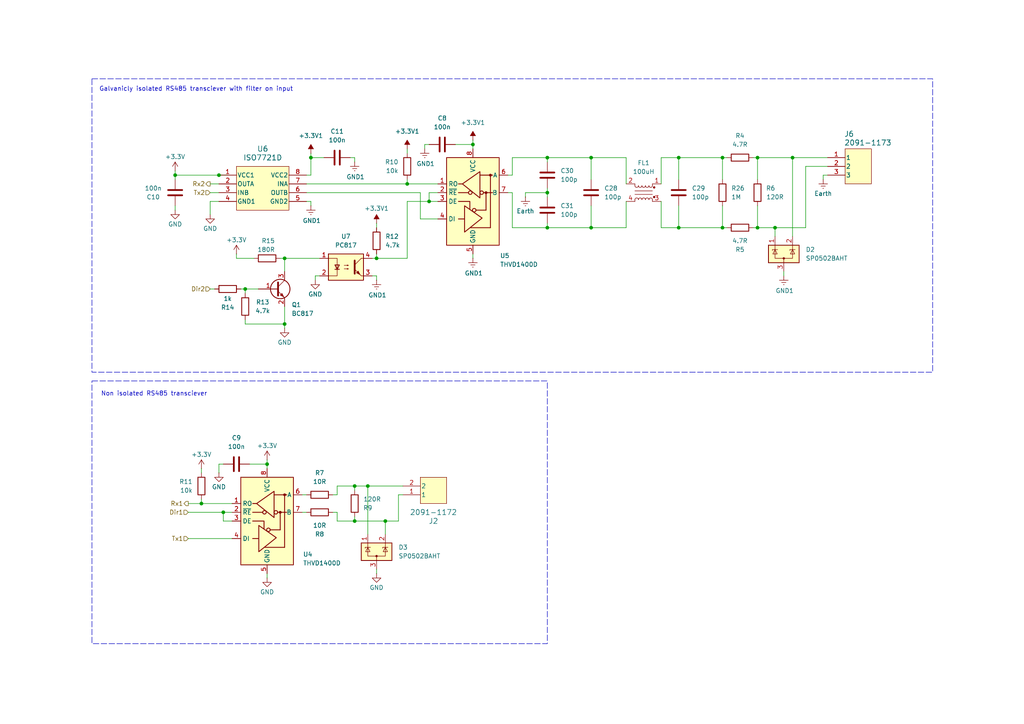
<source format=kicad_sch>
(kicad_sch (version 20231120) (generator "eeschema") (generator_version "8.0")
  (paper "A4")
  (title_block (title "RS485 Isolated Repeater") (date "2025-03-13") (rev "v1.0") (company "Szymon Wąchała"))
  (lib_symbols
    (symbol "2091-1172:2091-1172" (pin_names (offset 0.254))
      (property "Reference" "J" (at 8.89 6.35 0))
      (property "Value" "2091-1172" (at 0 0 0))
      (symbol "2091-1172_1_1"
        (rectangle (start 5.08 2.54) (end 12.7 -5.08) (fill (type background)))
        (pin unspecified line (at 0 0 0) (length 5.08) (name "1") (number "1"))
        (pin unspecified line (at 0 -2.54 0) (length 5.08) (name "2") (number "2"))
      )
      (symbol "2091-1172_1_2"
        (polyline (pts (xy 5.08 -20.32) (xy 12.7 -20.32)) (stroke (width 0.127)))
        (polyline (pts (xy 5.08 2.54) (xy 5.08 -20.32)) (stroke (width 0.127)))
        (polyline (pts (xy 7.62 -17.78) (xy 5.08 -17.78)) (stroke (width 0.127)))
        (polyline (pts (xy 7.62 -17.78) (xy 8.89 -18.6267)) (stroke (width 0.127)))
        (polyline (pts (xy 7.62 -17.78) (xy 8.89 -16.9333)) (stroke (width 0.127)))
        (polyline (pts (xy 7.62 -15.24) (xy 5.08 -15.24)) (stroke (width 0.127)))
        (polyline (pts (xy 7.62 -15.24) (xy 8.89 -16.0867)) (stroke (width 0.127)))
        (polyline (pts (xy 7.62 -15.24) (xy 8.89 -14.3933)) (stroke (width 0.127)))
        (polyline (pts (xy 7.62 -12.7) (xy 5.08 -12.7)) (stroke (width 0.127)))
        (polyline (pts (xy 7.62 -12.7) (xy 8.89 -13.5467)) (stroke (width 0.127)))
        (polyline (pts (xy 7.62 -12.7) (xy 8.89 -11.8533)) (stroke (width 0.127)))
        (polyline (pts (xy 7.62 -10.16) (xy 5.08 -10.16)) (stroke (width 0.127)))
        (polyline (pts (xy 7.62 -10.16) (xy 8.89 -11.0067)) (stroke (width 0.127)))
        (polyline (pts (xy 7.62 -10.16) (xy 8.89 -9.3133)) (stroke (width 0.127)))
        (polyline (pts (xy 7.62 -7.62) (xy 5.08 -7.62)) (stroke (width 0.127)))
        (polyline (pts (xy 7.62 -7.62) (xy 8.89 -8.4667)) (stroke (width 0.127)))
        (polyline (pts (xy 7.62 -7.62) (xy 8.89 -6.7733)) (stroke (width 0.127)))
        (polyline (pts (xy 7.62 -5.08) (xy 5.08 -5.08)) (stroke (width 0.127)))
        (polyline (pts (xy 7.62 -5.08) (xy 8.89 -5.9267)) (stroke (width 0.127)))
        (polyline (pts (xy 7.62 -5.08) (xy 8.89 -4.2333)) (stroke (width 0.127)))
        (polyline (pts (xy 7.62 -2.54) (xy 5.08 -2.54)) (stroke (width 0.127)))
        (polyline (pts (xy 7.62 -2.54) (xy 8.89 -3.3867)) (stroke (width 0.127)))
        (polyline (pts (xy 7.62 -2.54) (xy 8.89 -1.6933)) (stroke (width 0.127)))
        (polyline (pts (xy 7.62 0) (xy 5.08 0)) (stroke (width 0.127)))
        (polyline (pts (xy 7.62 0) (xy 8.89 -0.8467)) (stroke (width 0.127)))
        (polyline (pts (xy 7.62 0) (xy 8.89 0.8467)) (stroke (width 0.127)))
        (polyline (pts (xy 12.7 -20.32) (xy 12.7 2.54)) (stroke (width 0.127)))
        (polyline (pts (xy 12.7 2.54) (xy 5.08 2.54)) (stroke (width 0.127)))
        (pin unspecified line (at 0 0 0) (length 5.08) (name "1") (number "1"))
        (pin unspecified line (at 0 -2.54 0) (length 5.08) (name "2") (number "2"))
        (pin unspecified line (at 0 -5.08 0) (length 5.08) (name "3") (number "3"))
        (pin unspecified line (at 0 -7.62 0) (length 5.08) (name "4") (number "4"))
        (pin unspecified line (at 0 -10.16 0) (length 5.08) (name "5") (number "5"))
        (pin unspecified line (at 0 -12.7 0) (length 5.08) (name "6") (number "6"))
        (pin unspecified line (at 0 -15.24 0) (length 5.08) (name "7") (number "7"))
        (pin unspecified line (at 0 -17.78 0) (length 5.08) (name "8") (number "8"))
      )
    )
    (symbol "2091-1173:2091-1173" (pin_names (offset 0.254))
      (property "Reference" "J" (at 5.588 4.064 0))
      (property "Value" "2091-1173" (at 4.064 -9.398 0))
      (symbol "2091-1173_1_1"
        (rectangle (start 5.08 2.54) (end 12.7 -7.62) (fill (type background)))
        (pin unspecified line (at 0 0 0) (length 5.08) (name "1") (number "1"))
        (pin unspecified line (at 0 -2.54 0) (length 5.08) (name "2") (number "2"))
        (pin unspecified line (at 0 -5.08 0) (length 5.08) (name "3") (number "3"))
      )
      (symbol "2091-1173_1_2"
        (polyline (pts (xy 5.08 -20.32) (xy 12.7 -20.32)) (stroke (width 0.127)))
        (polyline (pts (xy 5.08 2.54) (xy 5.08 -20.32)) (stroke (width 0.127)))
        (polyline (pts (xy 7.62 -17.78) (xy 5.08 -17.78)) (stroke (width 0.127)))
        (polyline (pts (xy 7.62 -17.78) (xy 8.89 -18.6267)) (stroke (width 0.127)))
        (polyline (pts (xy 7.62 -17.78) (xy 8.89 -16.9333)) (stroke (width 0.127)))
        (polyline (pts (xy 7.62 -15.24) (xy 5.08 -15.24)) (stroke (width 0.127)))
        (polyline (pts (xy 7.62 -15.24) (xy 8.89 -16.0867)) (stroke (width 0.127)))
        (polyline (pts (xy 7.62 -15.24) (xy 8.89 -14.3933)) (stroke (width 0.127)))
        (polyline (pts (xy 7.62 -12.7) (xy 5.08 -12.7)) (stroke (width 0.127)))
        (polyline (pts (xy 7.62 -12.7) (xy 8.89 -13.5467)) (stroke (width 0.127)))
        (polyline (pts (xy 7.62 -12.7) (xy 8.89 -11.8533)) (stroke (width 0.127)))
        (polyline (pts (xy 7.62 -10.16) (xy 5.08 -10.16)) (stroke (width 0.127)))
        (polyline (pts (xy 7.62 -10.16) (xy 8.89 -11.0067)) (stroke (width 0.127)))
        (polyline (pts (xy 7.62 -10.16) (xy 8.89 -9.3133)) (stroke (width 0.127)))
        (polyline (pts (xy 7.62 -7.62) (xy 5.08 -7.62)) (stroke (width 0.127)))
        (polyline (pts (xy 7.62 -7.62) (xy 8.89 -8.4667)) (stroke (width 0.127)))
        (polyline (pts (xy 7.62 -7.62) (xy 8.89 -6.7733)) (stroke (width 0.127)))
        (polyline (pts (xy 7.62 -5.08) (xy 5.08 -5.08)) (stroke (width 0.127)))
        (polyline (pts (xy 7.62 -5.08) (xy 8.89 -5.9267)) (stroke (width 0.127)))
        (polyline (pts (xy 7.62 -5.08) (xy 8.89 -4.2333)) (stroke (width 0.127)))
        (polyline (pts (xy 7.62 -2.54) (xy 5.08 -2.54)) (stroke (width 0.127)))
        (polyline (pts (xy 7.62 -2.54) (xy 8.89 -3.3867)) (stroke (width 0.127)))
        (polyline (pts (xy 7.62 -2.54) (xy 8.89 -1.6933)) (stroke (width 0.127)))
        (polyline (pts (xy 7.62 0) (xy 5.08 0)) (stroke (width 0.127)))
        (polyline (pts (xy 7.62 0) (xy 8.89 -0.8467)) (stroke (width 0.127)))
        (polyline (pts (xy 7.62 0) (xy 8.89 0.8467)) (stroke (width 0.127)))
        (polyline (pts (xy 12.7 -20.32) (xy 12.7 2.54)) (stroke (width 0.127)))
        (polyline (pts (xy 12.7 2.54) (xy 5.08 2.54)) (stroke (width 0.127)))
        (pin unspecified line (at 0 0 0) (length 5.08) (name "1") (number "1"))
        (pin unspecified line (at 0 -2.54 0) (length 5.08) (name "2") (number "2"))
        (pin unspecified line (at 0 -5.08 0) (length 5.08) (name "3") (number "3"))
        (pin unspecified line (at 0 -7.62 0) (length 5.08) (name "4") (number "4"))
        (pin unspecified line (at 0 -10.16 0) (length 5.08) (name "5") (number "5"))
        (pin unspecified line (at 0 -12.7 0) (length 5.08) (name "6") (number "6"))
        (pin unspecified line (at 0 -15.24 0) (length 5.08) (name "7") (number "7"))
        (pin unspecified line (at 0 -17.78 0) (length 5.08) (name "8") (number "8"))
      )
    )
    (symbol "Device:C" (pin_numbers hide) (pin_names (offset 0.254))
      (property "Reference" "C" (at 0.635 2.54 0))
      (property "Value" "C" (at 0.635 -2.54 0))
      (symbol "C_0_1"
        (polyline (pts (xy -2.032 -0.762) (xy 2.032 -0.762)) (stroke (width 0.508)))
        (polyline (pts (xy -2.032 0.762) (xy 2.032 0.762)) (stroke (width 0.508)))
      )
      (symbol "C_1_1"
        (pin passive line (at 0 3.81 270) (length 2.794) (name "~") (number "1"))
        (pin passive line (at 0 -3.81 90) (length 2.794) (name "~") (number "2"))
      )
    )
    (symbol "Device:Filter_EMI_LL" (pin_names (offset 0.254) hide)
      (property "Reference" "FL" (at 0 4.445 0))
      (property "Value" "Filter_EMI_LL" (at 0 -4.445 0))
      (symbol "Filter_EMI_LL_0_1"
        (circle (center -3.048 -1.27) (radius 0.254) (fill (type outline)))
        (circle (center -3.048 1.524) (radius 0.254) (fill (type outline)))
        (arc (start -2.54 2.032) (mid -2.032 1.5262) (end -1.524 2.032))
        (arc (start -1.524 -2.032) (mid -2.032 -1.5262) (end -2.54 -2.032))
        (arc (start -1.524 2.032) (mid -1.016 1.5262) (end -0.508 2.032))
        (arc (start -0.508 -2.032) (mid -1.016 -1.5262) (end -1.524 -2.032))
        (arc (start -0.508 2.032) (mid 0 1.5262) (end 0.508 2.032))
        (polyline (pts (xy -2.54 -2.032) (xy -2.54 -2.54)))
        (polyline (pts (xy -2.54 0.508) (xy 2.54 0.508)))
        (polyline (pts (xy -2.54 2.032) (xy -2.54 2.54)))
        (polyline (pts (xy 2.54 -2.032) (xy 2.54 -2.54)))
        (polyline (pts (xy 2.54 -0.508) (xy -2.54 -0.508)))
        (polyline (pts (xy 2.54 2.54) (xy 2.54 2.032)))
        (arc (start 0.508 -2.032) (mid 0 -1.5262) (end -0.508 -2.032))
        (arc (start 0.508 2.032) (mid 1.016 1.5262) (end 1.524 2.032))
        (arc (start 1.524 -2.032) (mid 1.016 -1.5262) (end 0.508 -2.032))
        (arc (start 1.524 2.032) (mid 2.032 1.5262) (end 2.54 2.032))
        (arc (start 2.54 -2.032) (mid 2.032 -1.5262) (end 1.524 -2.032))
      )
      (symbol "Filter_EMI_LL_1_1"
        (pin passive line (at -5.08 2.54 0) (length 2.54) (name "1") (number "1"))
        (pin passive line (at 5.08 2.54 180) (length 2.54) (name "2") (number "2"))
        (pin passive line (at -5.08 -2.54 0) (length 2.54) (name "3") (number "3"))
        (pin passive line (at 5.08 -2.54 180) (length 2.54) (name "4") (number "4"))
      )
    )
    (symbol "Device:R" (pin_numbers hide) (pin_names (offset 0))
      (property "Reference" "R" (at 2.032 0 90))
      (property "Value" "R" (at 0 0 90))
      (symbol "R_0_1"
        (rectangle (start -1.016 -2.54) (end 1.016 2.54) (stroke (width 0.254)))
      )
      (symbol "R_1_1"
        (pin passive line (at 0 3.81 270) (length 1.27) (name "~") (number "1"))
        (pin passive line (at 0 -3.81 90) (length 1.27) (name "~") (number "2"))
      )
    )
    (symbol "ISO7721D:ISO7721D" (pin_names (offset 0.254))
      (property "Reference" "U" (at 0.254 12.7 0))
      (property "Value" "ISO7721D" (at 0.254 10.16 0))
      (symbol "ISO7721D_0_1"
        (pin power_in line (at -12.7 3.81 0) (length 5.08) (name "VCC1") (number "1"))
        (pin output line (at -12.7 1.27 0) (length 5.08) (name "OUTA") (number "2"))
        (pin input line (at -12.7 -1.27 0) (length 5.08) (name "INB") (number "3"))
        (pin power_in line (at -12.7 -3.81 0) (length 5.08) (name "GND1") (number "4"))
        (pin power_in line (at 12.7 -3.81 180) (length 5.08) (name "GND2") (number "5"))
        (pin output line (at 12.7 -1.27 180) (length 5.08) (name "OUTB") (number "6"))
        (pin input line (at 12.7 1.27 180) (length 5.08) (name "INA") (number "7"))
        (pin power_in line (at 12.7 3.81 180) (length 5.08) (name "VCC2") (number "8"))
      )
      (symbol "ISO7721D_1_1"
        (rectangle (start -7.62 6.35) (end 7.62 -6.35) (fill (type background)))
      )
    )
    (symbol "Interface_UART:THVD1400D"
      (property "Reference" "U" (at -6.096 11.43 0))
      (property "Value" "THVD1400D" (at 0.762 11.43 0))
      (symbol "THVD1400D_0_1"
        (rectangle (start -7.62 12.7) (end 7.62 -12.7) (stroke (width 0.254)) (fill (type background)))
        (polyline (pts (xy -4.191 2.54) (xy -1.27 2.54)) (stroke (width 0.254)))
        (polyline (pts (xy -2.54 -5.08) (xy -4.191 -5.08)) (stroke (width 0.254)))
        (polyline (pts (xy -0.635 -7.62) (xy 5.08 -7.62)) (stroke (width 0.254)))
        (polyline (pts (xy 0.889 -2.54) (xy 3.81 -2.54)) (stroke (width 0.254)))
        (polyline (pts (xy 2.032 7.62) (xy 5.715 7.62)) (stroke (width 0.254)))
        (polyline (pts (xy 3.048 2.54) (xy 5.715 2.54)) (stroke (width 0.254)))
        (polyline (pts (xy 3.81 -2.54) (xy 3.81 2.54)) (stroke (width 0.254)))
        (polyline (pts (xy 5.08 -7.62) (xy 5.08 7.62)) (stroke (width 0.254)))
        (polyline (pts (xy -4.191 0) (xy -0.889 0) (xy -0.889 -2.286)) (stroke (width 0.254)))
        (polyline (pts (xy -3.175 5.08) (xy -4.191 5.08) (xy -4.064 5.08)) (stroke (width 0.254)))
        (polyline (pts (xy -2.413 -5.08) (xy -2.413 -1.27) (xy 2.667 -4.826) (xy -2.413 -8.89) (xy -2.413 -5.08)) (stroke (width 0.254)))
        (circle (center 0.381 -2.54) (radius 0.508) (stroke (width 0.254)))
        (circle (center 3.81 2.54) (radius 0.2794) (stroke (width 0.254)) (fill (type outline)))
      )
      (symbol "THVD1400D_1_1"
        (circle (center -0.762 2.54) (radius 0.508) (stroke (width 0.254)))
        (polyline (pts (xy 2.032 4.826) (xy 2.032 8.636) (xy -3.048 5.08) (xy 2.032 1.016) (xy 2.032 4.826)) (stroke (width 0.254)))
        (circle (center 2.54 2.54) (radius 0.508) (stroke (width 0.254)))
        (circle (center 5.08 7.62) (radius 0.2794) (stroke (width 0.254)) (fill (type outline)))
        (pin output line (at -10.16 5.08 0) (length 2.54) (name "RO") (number "1"))
        (pin input line (at -10.16 2.54 0) (length 2.54) (name "~{RE}") (number "2"))
        (pin input line (at -10.16 0 0) (length 2.54) (name "DE") (number "3"))
        (pin input line (at -10.16 -5.08 0) (length 2.54) (name "DI") (number "4"))
        (pin power_in line (at 0 -15.24 90) (length 2.54) (name "GND") (number "5"))
        (pin bidirectional line (at 10.16 7.62 180) (length 2.54) (name "A") (number "6"))
        (pin bidirectional line (at 10.16 2.54 180) (length 2.54) (name "B") (number "7"))
        (pin power_in line (at 0 15.24 270) (length 2.54) (name "VCC") (number "8"))
      )
    )
    (symbol "Isolator:PC817" (pin_names (offset 1.016))
      (property "Reference" "U" (at -5.08 5.08 0))
      (property "Value" "PC817" (at 0 5.08 0))
      (symbol "PC817_0_1"
        (rectangle (start -5.08 3.81) (end 5.08 -3.81) (stroke (width 0.254)) (fill (type background)))
        (polyline (pts (xy -3.175 -0.635) (xy -1.905 -0.635)) (stroke (width 0.254)))
        (polyline (pts (xy 2.54 0.635) (xy 4.445 2.54)))
        (polyline (pts (xy 4.445 -2.54) (xy 2.54 -0.635)) (fill (type outline)))
        (polyline (pts (xy 4.445 -2.54) (xy 5.08 -2.54)))
        (polyline (pts (xy 4.445 2.54) (xy 5.08 2.54)))
        (polyline (pts (xy -5.08 2.54) (xy -2.54 2.54) (xy -2.54 -0.635)))
        (polyline (pts (xy -2.54 -0.635) (xy -2.54 -2.54) (xy -5.08 -2.54)))
        (polyline (pts (xy 2.54 1.905) (xy 2.54 -1.905) (xy 2.54 -1.905)) (stroke (width 0.508)))
        (polyline (pts (xy -2.54 -0.635) (xy -3.175 0.635) (xy -1.905 0.635) (xy -2.54 -0.635)) (stroke (width 0.254)))
        (polyline (pts (xy -0.508 -0.508) (xy 0.762 -0.508) (xy 0.381 -0.635) (xy 0.381 -0.381) (xy 0.762 -0.508)))
        (polyline (pts (xy -0.508 0.508) (xy 0.762 0.508) (xy 0.381 0.381) (xy 0.381 0.635) (xy 0.762 0.508)))
        (polyline (pts (xy 3.048 -1.651) (xy 3.556 -1.143) (xy 4.064 -2.159) (xy 3.048 -1.651) (xy 3.048 -1.651)) (fill (type outline)))
      )
      (symbol "PC817_1_1"
        (pin passive line (at -7.62 2.54 0) (length 2.54) (name "~") (number "1"))
        (pin passive line (at -7.62 -2.54 0) (length 2.54) (name "~") (number "2"))
        (pin passive line (at 7.62 -2.54 180) (length 2.54) (name "~") (number "3"))
        (pin passive line (at 7.62 2.54 180) (length 2.54) (name "~") (number "4"))
      )
    )
    (symbol "Power_Protection:SP0502BAHT" (pin_names hide)
      (property "Reference" "D" (at 5.715 2.54 0))
      (property "Value" "SP0502BAHT" (at 5.715 0.635 0))
      (symbol "SP0502BAHT_0_0"
        (pin passive line (at 0 -5.08 90) (length 2.54) (name "A") (number "3"))
      )
      (symbol "SP0502BAHT_0_1"
        (rectangle (start -4.445 2.54) (end 4.445 -2.54) (stroke (width 0.254)) (fill (type background)))
        (circle (center 0 -1.27) (radius 0.254) (fill (type outline)))
        (polyline (pts (xy -2.54 2.54) (xy -2.54 1.27)))
        (polyline (pts (xy 0 -1.27) (xy 0 -2.54)))
        (polyline (pts (xy 2.54 2.54) (xy 2.54 1.27)))
        (polyline (pts (xy -3.302 1.016) (xy -3.302 1.27) (xy -1.905 1.27) (xy -1.778 1.27)))
        (polyline (pts (xy -2.54 1.27) (xy -2.54 -1.27) (xy 2.54 -1.27) (xy 2.54 1.27)))
        (polyline (pts (xy -2.54 1.27) (xy -1.905 0) (xy -3.175 0) (xy -2.54 1.27)))
        (polyline (pts (xy 1.778 1.016) (xy 1.778 1.27) (xy 3.175 1.27) (xy 3.302 1.27)))
        (polyline (pts (xy 2.54 1.27) (xy 1.905 0) (xy 3.175 0) (xy 2.54 1.27)))
      )
      (symbol "SP0502BAHT_1_1"
        (pin passive line (at -2.54 5.08 270) (length 2.54) (name "K") (number "1"))
        (pin passive line (at 2.54 5.08 270) (length 2.54) (name "K") (number "2"))
      )
    )
    (symbol "Transistor_BJT:BC817" (pin_names (offset 0) hide)
      (property "Reference" "Q" (at 5.08 1.905 0))
      (property "Value" "BC817" (at 5.08 0 0))
      (symbol "BC817_0_1"
        (polyline (pts (xy 0.635 0.635) (xy 2.54 2.54)))
        (polyline (pts (xy 0.635 -0.635) (xy 2.54 -2.54) (xy 2.54 -2.54)))
        (polyline (pts (xy 0.635 1.905) (xy 0.635 -1.905) (xy 0.635 -1.905)) (stroke (width 0.508)))
        (polyline (pts (xy 1.27 -1.778) (xy 1.778 -1.27) (xy 2.286 -2.286) (xy 1.27 -1.778) (xy 1.27 -1.778)) (fill (type outline)))
        (circle (center 1.27 0) (radius 2.8194) (stroke (width 0.254)))
      )
      (symbol "BC817_1_1"
        (pin input line (at -5.08 0 0) (length 5.715) (name "B") (number "1"))
        (pin passive line (at 2.54 -5.08 90) (length 2.54) (name "E") (number "2"))
        (pin passive line (at 2.54 5.08 270) (length 2.54) (name "C") (number "3"))
      )
    )
    (symbol "power:Earth" (power) (pin_numbers hide) (pin_names (offset 0) hide)
      (property "Value" "Earth" (at 0 -3.81 0))
      (symbol "Earth_0_1"
        (polyline (pts (xy -0.635 -1.905) (xy 0.635 -1.905)))
        (polyline (pts (xy -0.127 -2.54) (xy 0.127 -2.54)))
        (polyline (pts (xy 0 -1.27) (xy 0 0)))
        (polyline (pts (xy 1.27 -1.27) (xy -1.27 -1.27)))
      )
      (symbol "Earth_1_1"
        (pin power_in line (at 0 0 270) (length 0) (name "~") (number "1"))
      )
    )
    (symbol "power:GND" (power) (pin_numbers hide) (pin_names (offset 0) hide)
      (property "Value" "GND" (at 0 -3.81 0))
      (symbol "GND_0_1"
        (polyline (pts (xy 0 0) (xy 0 -1.27) (xy 1.27 -1.27) (xy 0 -2.54) (xy -1.27 -1.27) (xy 0 -1.27)))
      )
      (symbol "GND_1_1"
        (pin power_in line (at 0 0 270) (length 0) (name "~") (number "1"))
      )
    )
    (symbol "power:VCC" (power) (pin_numbers hide) (pin_names (offset 0) hide)
      (property "Value" "VCC" (at 0 3.556 0))
      (symbol "VCC_0_1"
        (polyline (pts (xy -0.762 1.27) (xy 0 2.54)))
        (polyline (pts (xy 0 0) (xy 0 2.54)))
        (polyline (pts (xy 0 2.54) (xy 0.762 1.27)))
      )
      (symbol "VCC_1_1"
        (pin power_in line (at 0 0 90) (length 0) (name "~") (number "1"))
      )
    )
    (symbol "power:VSS" (power) (pin_numbers hide) (pin_names (offset 0) hide)
      (property "Value" "VSS" (at 0 3.556 0))
      (symbol "VSS_0_1"
        (polyline (pts (xy 0 0) (xy 0 2.54)))
        (polyline (pts (xy 0.762 1.27) (xy -0.762 1.27) (xy 0 2.54) (xy 0.762 1.27)) (fill (type outline)))
      )
      (symbol "VSS_1_1"
        (pin power_in line (at 0 0 90) (length 0) (name "~") (number "1"))
      )
    )
  )
  (junction (at 102.87 151.13))
  (junction (at 77.47 134.62))
  (junction (at 50.8 50.8))
  (junction (at 158.75 45.72))
  (junction (at 82.55 93.98))
  (junction (at 196.85 66.04))
  (junction (at 106.68 140.97))
  (junction (at 229.87 45.72))
  (junction (at 102.87 140.97))
  (junction (at 124.46 58.42))
  (junction (at 71.12 83.82))
  (junction (at 109.22 74.93))
  (junction (at 64.77 148.59))
  (junction (at 171.45 66.04))
  (junction (at 63.5 50.8))
  (junction (at 158.75 66.04))
  (junction (at 209.55 45.72))
  (junction (at 219.71 66.04))
  (junction (at 82.55 74.93))
  (junction (at 137.16 41.91))
  (junction (at 90.17 45.72))
  (junction (at 171.45 45.72))
  (junction (at 209.55 66.04))
  (junction (at 111.76 151.13))
  (junction (at 196.85 45.72))
  (junction (at 219.71 45.72))
  (junction (at 58.42 146.05))
  (junction (at 118.11 53.34))
  (junction (at 158.75 55.88))
  (junction (at 224.79 66.04))
  (wire (pts (xy 224.79 66.04) (xy 219.71 66.04)))
  (wire (pts (xy 181.61 53.34) (xy 181.61 45.72)))
  (wire (pts (xy 90.17 59.69) (xy 90.17 58.42)))
  (wire (pts (xy 97.79 151.13) (xy 102.87 151.13)))
  (wire (pts (xy 67.31 151.13) (xy 64.77 151.13)))
  (wire (pts (xy 137.16 40.64) (xy 137.16 41.91)))
  (wire (pts (xy 132.08 41.91) (xy 137.16 41.91)))
  (wire (pts (xy 118.11 74.93) (xy 109.22 74.93)))
  (wire (pts (xy 240.03 50.8) (xy 238.76 50.8)))
  (wire (pts (xy 219.71 52.07) (xy 219.71 45.72)))
  (wire (pts (xy 147.32 55.88) (xy 148.59 55.88)))
  (wire (pts (xy 109.22 73.66) (xy 109.22 74.93)))
  (wire (pts (xy 171.45 45.72) (xy 171.45 52.07)))
  (wire (pts (xy 152.4 57.15) (xy 152.4 55.88)))
  (wire (pts (xy 158.75 54.61) (xy 158.75 55.88)))
  (wire (pts (xy 158.75 46.99) (xy 158.75 45.72)))
  (wire (pts (xy 109.22 80.01) (xy 109.22 81.28)))
  (wire (pts (xy 121.92 55.88) (xy 121.92 63.5)))
  (wire (pts (xy 64.77 151.13) (xy 64.77 148.59)))
  (wire (pts (xy 106.68 140.97) (xy 116.84 140.97)))
  (wire (pts (xy 148.59 45.72) (xy 158.75 45.72)))
  (wire (pts (xy 91.44 80.01) (xy 92.71 80.01)))
  (wire (pts (xy 158.75 55.88) (xy 158.75 57.15)))
  (wire (pts (xy 148.59 50.8) (xy 148.59 45.72)))
  (wire (pts (xy 229.87 68.58) (xy 229.87 45.72)))
  (wire (pts (xy 196.85 59.69) (xy 196.85 66.04)))
  (wire (pts (xy 58.42 146.05) (xy 67.31 146.05)))
  (wire (pts (xy 148.59 55.88) (xy 148.59 66.04)))
  (wire (pts (xy 68.58 74.93) (xy 68.58 73.66)))
  (wire (pts (xy 96.52 148.59) (xy 97.79 148.59)))
  (wire (pts (xy 209.55 59.69) (xy 209.55 66.04)))
  (wire (pts (xy 238.76 50.8) (xy 238.76 52.07)))
  (wire (pts (xy 191.77 58.42) (xy 191.77 66.04)))
  (wire (pts (xy 54.61 148.59) (xy 64.77 148.59)))
  (wire (pts (xy 118.11 74.93) (xy 118.11 58.42)))
  (wire (pts (xy 181.61 45.72) (xy 171.45 45.72)))
  (wire (pts (xy 82.55 74.93) (xy 92.71 74.93)))
  (wire (pts (xy 102.87 151.13) (xy 111.76 151.13)))
  (wire (pts (xy 87.63 143.51) (xy 88.9 143.51)))
  (wire (pts (xy 63.5 134.62) (xy 63.5 137.16)))
  (wire (pts (xy 63.5 134.62) (xy 64.77 134.62)))
  (wire (pts (xy 118.11 53.34) (xy 127 53.34)))
  (wire (pts (xy 158.75 66.04) (xy 171.45 66.04)))
  (wire (pts (xy 171.45 66.04) (xy 171.45 59.69)))
  (wire (pts (xy 229.87 45.72) (xy 240.03 45.72)))
  (wire (pts (xy 71.12 92.71) (xy 71.12 93.98)))
  (wire (pts (xy 97.79 140.97) (xy 102.87 140.97)))
  (wire (pts (xy 66.04 50.8) (xy 63.5 50.8)))
  (wire (pts (xy 71.12 83.82) (xy 74.93 83.82)))
  (wire (pts (xy 196.85 45.72) (xy 209.55 45.72)))
  (wire (pts (xy 123.19 43.18) (xy 123.19 41.91)))
  (wire (pts (xy 58.42 144.78) (xy 58.42 146.05)))
  (wire (pts (xy 102.87 140.97) (xy 106.68 140.97)))
  (wire (pts (xy 106.68 140.97) (xy 106.68 154.94)))
  (wire (pts (xy 115.57 143.51) (xy 115.57 151.13)))
  (wire (pts (xy 118.11 52.07) (xy 118.11 53.34)))
  (wire (pts (xy 88.9 55.88) (xy 121.92 55.88)))
  (wire (pts (xy 124.46 55.88) (xy 124.46 58.42)))
  (wire (pts (xy 54.61 156.21) (xy 67.31 156.21)))
  (wire (pts (xy 60.96 83.82) (xy 62.23 83.82)))
  (wire (pts (xy 219.71 59.69) (xy 219.71 66.04)))
  (wire (pts (xy 96.52 143.51) (xy 97.79 143.51)))
  (wire (pts (xy 227.33 78.74) (xy 227.33 80.01)))
  (wire (pts (xy 121.92 63.5) (xy 127 63.5)))
  (wire (pts (xy 219.71 45.72) (xy 218.44 45.72)))
  (wire (pts (xy 191.77 53.34) (xy 191.77 45.72)))
  (wire (pts (xy 60.96 58.42) (xy 63.5 58.42)))
  (wire (pts (xy 240.03 48.26) (xy 233.68 48.26)))
  (wire (pts (xy 50.8 49.53) (xy 50.8 50.8)))
  (wire (pts (xy 191.77 45.72) (xy 196.85 45.72)))
  (wire (pts (xy 124.46 58.42) (xy 118.11 58.42)))
  (wire (pts (xy 82.55 88.9) (xy 82.55 93.98)))
  (wire (pts (xy 224.79 68.58) (xy 224.79 66.04)))
  (wire (pts (xy 71.12 85.09) (xy 71.12 83.82)))
  (wire (pts (xy 54.61 146.05) (xy 58.42 146.05)))
  (wire (pts (xy 102.87 140.97) (xy 102.87 142.24)))
  (wire (pts (xy 127 55.88) (xy 124.46 55.88)))
  (wire (pts (xy 60.96 62.23) (xy 60.96 58.42)))
  (wire (pts (xy 72.39 134.62) (xy 77.47 134.62)))
  (wire (pts (xy 127 58.42) (xy 124.46 58.42)))
  (wire (pts (xy 97.79 148.59) (xy 97.79 151.13)))
  (wire (pts (xy 137.16 41.91) (xy 137.16 43.18)))
  (wire (pts (xy 64.77 148.59) (xy 67.31 148.59)))
  (wire (pts (xy 77.47 134.62) (xy 77.47 135.89)))
  (wire (pts (xy 88.9 50.8) (xy 90.17 50.8)))
  (wire (pts (xy 181.61 58.42) (xy 181.61 66.04)))
  (wire (pts (xy 82.55 93.98) (xy 82.55 95.25)))
  (wire (pts (xy 88.9 53.34) (xy 118.11 53.34)))
  (wire (pts (xy 77.47 133.35) (xy 77.47 134.62)))
  (wire (pts (xy 60.96 53.34) (xy 63.5 53.34)))
  (wire (pts (xy 158.75 45.72) (xy 171.45 45.72)))
  (wire (pts (xy 219.71 66.04) (xy 218.44 66.04)))
  (wire (pts (xy 77.47 166.37) (xy 77.47 167.64)))
  (wire (pts (xy 196.85 45.72) (xy 196.85 52.07)))
  (wire (pts (xy 102.87 45.72) (xy 102.87 46.99)))
  (wire (pts (xy 50.8 52.07) (xy 50.8 50.8)))
  (wire (pts (xy 147.32 50.8) (xy 148.59 50.8)))
  (wire (pts (xy 233.68 48.26) (xy 233.68 66.04)))
  (wire (pts (xy 82.55 74.93) (xy 82.55 78.74)))
  (wire (pts (xy 191.77 66.04) (xy 196.85 66.04)))
  (wire (pts (xy 219.71 45.72) (xy 229.87 45.72)))
  (wire (pts (xy 69.85 83.82) (xy 71.12 83.82)))
  (wire (pts (xy 50.8 50.8) (xy 63.5 50.8)))
  (wire (pts (xy 209.55 45.72) (xy 210.82 45.72)))
  (wire (pts (xy 123.19 41.91) (xy 124.46 41.91)))
  (wire (pts (xy 87.63 148.59) (xy 88.9 148.59)))
  (wire (pts (xy 109.22 64.77) (xy 109.22 66.04)))
  (wire (pts (xy 88.9 58.42) (xy 90.17 58.42)))
  (wire (pts (xy 116.84 143.51) (xy 115.57 143.51)))
  (wire (pts (xy 58.42 135.89) (xy 58.42 137.16)))
  (wire (pts (xy 81.28 74.93) (xy 82.55 74.93)))
  (wire (pts (xy 50.8 60.96) (xy 50.8 59.69)))
  (wire (pts (xy 111.76 151.13) (xy 111.76 154.94)))
  (wire (pts (xy 90.17 45.72) (xy 90.17 50.8)))
  (wire (pts (xy 209.55 45.72) (xy 209.55 52.07)))
  (wire (pts (xy 71.12 93.98) (xy 82.55 93.98)))
  (wire (pts (xy 181.61 66.04) (xy 171.45 66.04)))
  (wire (pts (xy 109.22 74.93) (xy 107.95 74.93)))
  (wire (pts (xy 152.4 55.88) (xy 158.75 55.88)))
  (wire (pts (xy 111.76 151.13) (xy 115.57 151.13)))
  (wire (pts (xy 196.85 66.04) (xy 209.55 66.04)))
  (wire (pts (xy 233.68 66.04) (xy 224.79 66.04)))
  (wire (pts (xy 102.87 45.72) (xy 101.6 45.72)))
  (wire (pts (xy 109.22 165.1) (xy 109.22 166.37)))
  (wire (pts (xy 158.75 64.77) (xy 158.75 66.04)))
  (wire (pts (xy 90.17 44.45) (xy 90.17 45.72)))
  (wire (pts (xy 93.98 45.72) (xy 90.17 45.72)))
  (wire (pts (xy 102.87 151.13) (xy 102.87 149.86)))
  (wire (pts (xy 91.44 81.28) (xy 91.44 80.01)))
  (wire (pts (xy 118.11 43.18) (xy 118.11 44.45)))
  (wire (pts (xy 209.55 66.04) (xy 210.82 66.04)))
  (wire (pts (xy 137.16 73.66) (xy 137.16 74.93)))
  (wire (pts (xy 60.96 55.88) (xy 63.5 55.88)))
  (wire (pts (xy 148.59 66.04) (xy 158.75 66.04)))
  (wire (pts (xy 97.79 143.51) (xy 97.79 140.97)))
  (wire (pts (xy 68.58 74.93) (xy 73.66 74.93)))
  (wire (pts (xy 107.95 80.01) (xy 109.22 80.01)))
  (rectangle (start 26.67 22.86) (end 270.51 107.95) (stroke (width 0) (type dash)))
  (rectangle (start 26.67 110.49) (end 158.75 186.69) (stroke (width 0) (type dash)))
  (text "Non isolated RS485 transciever" (at 44.704 114.3 0) (effects (font (size 1.27 1.27))))
  (text "Galvanicly isolated RS485 transciever with filter on input" (at 56.896 25.908 0) (effects (font (size 1.27 1.27))))
  (hierarchical_label "Dir1" (shape input) (at 54.61 148.59 180))
  (hierarchical_label "Rx2" (shape output) (at 60.96 53.34 180))
  (hierarchical_label "Tx1" (shape input) (at 54.61 156.21 180))
  (hierarchical_label "Dir2" (shape input) (at 60.96 83.82 180))
  (hierarchical_label "Rx1" (shape output) (at 54.61 146.05 180))
  (hierarchical_label "Tx2" (shape input) (at 60.96 55.88 180))
  (symbol (lib_id "Device:R") (at 77.47 74.93 270) (unit 1)
    (property "Reference" "R15" (at 79.756 69.85 90) (effects (justify right)))
    (property "Value" "180R" (at 79.756 72.39 90) (effects (justify right)))
    (property "Footprint" "Resistor_SMD:R_0805_2012Metric" (effects (hide yes)))
    (property "Description" "Resistor" (effects (hide yes)))
  )
  (symbol (lib_id "Device:C") (at 50.8 55.88 0) (unit 1)
    (property "Reference" "C10" (at 44.45 57.15 0))
    (property "Value" "100n" (at 44.45 54.61 0))
    (property "Footprint" "Capacitor_SMD:C_0805_2012Metric" (effects (hide yes)))
    (property "Description" "Unpolarized capacitor" (effects (hide yes)))
  )
  (symbol (lib_id "power:GND") (at 50.8 60.96 0) (unit 1)
    (property "Reference" "#PWR025" (effects (hide yes)))
    (property "Value" "GND" (at 50.8 65.024 0))
    (property "Description" "Power symbol creates a global label with name \"GND\" , ground" (effects (hide yes)))
  )
  (symbol (lib_id "Device:R") (at 209.55 55.88 180) (unit 1)
    (property "Reference" "R26" (at 212.09 54.6099 0) (effects (justify right)))
    (property "Value" "1M" (at 212.09 57.1499 0) (effects (justify right)))
    (property "Footprint" "Resistor_SMD:R_0805_2012Metric" (effects (hide yes)))
    (property "Description" "Resistor" (effects (hide yes)))
  )
  (symbol (lib_id "Transistor_BJT:BC817") (at 80.01 83.82 0) (unit 1)
    (property "Reference" "Q1" (at 84.582 88.392 0) (effects (justify left)))
    (property "Value" "BC817" (at 84.582 90.932 0) (effects (justify left)))
    (property "Footprint" "Package_TO_SOT_SMD:SOT-23" (effects (hide yes)))
    (property "Datasheet" "https://www.onsemi.com/pub/Collateral/BC818-D.pdf" (effects (hide yes)))
    (property "Description" "0.8A Ic, 45V Vce, NPN Transistor, SOT-23" (effects (hide yes)))
  )
  (symbol (lib_id "2091-1173:2091-1173") (at 240.03 45.72 0) (unit 1)
    (property "Reference" "J6" (at 244.856 38.862 0) (effects (font (size 1.524 1.524)) (justify left)))
    (property "Value" "2091-1173" (at 244.856 41.402 0) (effects (font (size 1.524 1.524)) (justify left)))
    (property "Footprint" "2091-1173:2091-1173" (effects (hide yes)))
    (property "Datasheet" "2091-1173" (effects (hide yes)))
  )
  (symbol (lib_id "power:Earth") (at 227.33 80.01 0) (unit 1)
    (property "Reference" "#PWR020" (effects (hide yes)))
    (property "Value" "GND1" (at 227.584 84.328 0))
    (property "Description" "Power symbol creates a global label with name \"Earth\"" (effects (hide yes)))
  )
  (symbol (lib_id "power:VSS") (at 90.17 44.45 0) (unit 1)
    (property "Reference" "#PWR029" (effects (hide yes)))
    (property "Value" "+3.3V1" (at 90.17 39.37 0))
    (property "Description" "Power symbol creates a global label with name \"VSS\"" (effects (hide yes)))
  )
  (symbol (lib_id "power:GND") (at 82.55 95.25 0) (unit 1)
    (property "Reference" "#PWR033" (effects (hide yes)))
    (property "Value" "GND" (at 82.55 99.314 0))
    (property "Description" "Power symbol creates a global label with name \"GND\" , ground" (effects (hide yes)))
  )
  (symbol (lib_id "power:VCC") (at 50.8 49.53 0) (unit 1)
    (property "Reference" "#PWR024" (effects (hide yes)))
    (property "Value" "+3.3V" (at 50.8 45.466 0))
    (property "Description" "Power symbol creates a global label with name \"VCC\"" (effects (hide yes)))
  )
  (symbol (lib_id "ISO7721D:ISO7721D") (at 76.2 54.61 0) (unit 1)
    (property "Reference" "U6" (at 76.2 43.18 0) (effects (font (size 1.524 1.524))))
    (property "Value" "ISO7721D" (at 76.2 45.72 0) (effects (font (size 1.524 1.524))))
    (property "Footprint" "ISO7721D:ISO7721D" (effects (hide yes)))
    (property "Datasheet" "ISO7721D" (effects (hide yes)))
  )
  (symbol (lib_id "power:Earth") (at 90.17 59.69 0) (unit 1)
    (property "Reference" "#PWR026" (effects (hide yes)))
    (property "Value" "GND1" (at 90.424 64.008 0))
    (property "Description" "Power symbol creates a global label with name \"Earth\"" (effects (hide yes)))
  )
  (symbol (lib_id "power:GND") (at 60.96 62.23 0) (unit 1)
    (property "Reference" "#PWR027" (effects (hide yes)))
    (property "Value" "GND" (at 60.96 66.294 0))
    (property "Description" "Power symbol creates a global label with name \"GND\" , ground" (effects (hide yes)))
  )
  (symbol (lib_id "Device:R") (at 118.11 48.26 0) (mirror x) (unit 1)
    (property "Reference" "R10" (at 115.57 46.9899 0) (effects (justify right)))
    (property "Value" "10k" (at 115.57 49.5299 0) (effects (justify right)))
    (property "Footprint" "Resistor_SMD:R_0805_2012Metric" (effects (hide yes)))
    (property "Description" "Resistor" (effects (hide yes)))
  )
  (symbol (lib_id "power:VSS") (at 109.22 64.77 0) (unit 1)
    (property "Reference" "#PWR032" (effects (hide yes)))
    (property "Value" "+3.3V1" (at 109.22 60.452 0))
    (property "Description" "Power symbol creates a global label with name \"VSS\"" (effects (hide yes)))
  )
  (symbol (lib_id "power:VCC") (at 77.47 133.35 0) (unit 1)
    (property "Reference" "#PWR015" (effects (hide yes)))
    (property "Value" "+3.3V" (at 77.47 129.286 0))
    (property "Description" "Power symbol creates a global label with name \"VCC\"" (effects (hide yes)))
  )
  (symbol (lib_id "Device:R") (at 214.63 45.72 90) (unit 1)
    (property "Reference" "R4" (at 214.63 39.37 90))
    (property "Value" "4.7R" (at 214.63 41.91 90))
    (property "Footprint" "Resistor_SMD:R_0805_2012Metric" (effects (hide yes)))
    (property "Description" "Resistor" (effects (hide yes)))
  )
  (symbol (lib_id "power:VSS") (at 118.11 43.18 0) (unit 1)
    (property "Reference" "#PWR023" (effects (hide yes)))
    (property "Value" "+3.3V1" (at 118.11 38.1 0))
    (property "Description" "Power symbol creates a global label with name \"VSS\"" (effects (hide yes)))
  )
  (symbol (lib_id "Device:R") (at 58.42 140.97 0) (mirror x) (unit 1)
    (property "Reference" "R11" (at 55.88 139.6999 0) (effects (justify right)))
    (property "Value" "10k" (at 55.88 142.2399 0) (effects (justify right)))
    (property "Footprint" "Resistor_SMD:R_0805_2012Metric" (effects (hide yes)))
    (property "Description" "Resistor" (effects (hide yes)))
  )
  (symbol (lib_id "power:Earth") (at 102.87 46.99 0) (unit 1)
    (property "Reference" "#PWR028" (effects (hide yes)))
    (property "Value" "GND1" (at 103.124 51.308 0))
    (property "Description" "Power symbol creates a global label with name \"Earth\"" (effects (hide yes)))
  )
  (symbol (lib_id "power:Earth") (at 109.22 81.28 0) (unit 1)
    (property "Reference" "#PWR031" (effects (hide yes)))
    (property "Value" "GND1" (at 109.474 85.598 0))
    (property "Description" "Power symbol creates a global label with name \"Earth\"" (effects (hide yes)))
  )
  (symbol (lib_id "power:VCC") (at 58.42 135.89 0) (unit 1)
    (property "Reference" "#PWR030" (effects (hide yes)))
    (property "Value" "+3.3V" (at 58.42 131.826 0))
    (property "Description" "Power symbol creates a global label with name \"VCC\"" (effects (hide yes)))
  )
  (symbol (lib_id "power:Earth") (at 152.4 57.15 0) (unit 1)
    (property "Reference" "#PWR072" (effects (hide yes)))
    (property "Value" "Earth" (at 152.4 61.214 0))
    (property "Description" "Power symbol creates a global label with name \"Earth\"" (effects (hide yes)))
  )
  (symbol (lib_id "Device:R") (at 109.22 69.85 180) (unit 1)
    (property "Reference" "R12" (at 111.76 68.5799 0) (effects (justify right)))
    (property "Value" "4.7k" (at 111.76 71.1199 0) (effects (justify right)))
    (property "Footprint" "Resistor_SMD:R_0805_2012Metric" (effects (hide yes)))
    (property "Description" "Resistor" (effects (hide yes)))
  )
  (symbol (lib_id "power:VSS") (at 137.16 40.64 0) (unit 1)
    (property "Reference" "#PWR017" (effects (hide yes)))
    (property "Value" "+3.3V1" (at 137.16 35.56 0))
    (property "Description" "Power symbol creates a global label with name \"VSS\"" (effects (hide yes)))
  )
  (symbol (lib_id "Device:R") (at 102.87 146.05 180) (unit 1)
    (property "Reference" "R9" (at 106.68 147.32 0))
    (property "Value" "120R" (at 107.95 144.78 0))
    (property "Footprint" "Resistor_SMD:R_1206_3216Metric" (effects (hide yes)))
    (property "Description" "Resistor" (effects (hide yes)))
  )
  (symbol (lib_id "Device:R") (at 214.63 66.04 90) (unit 1)
    (property "Reference" "R5" (at 214.63 72.39 90))
    (property "Value" "4.7R" (at 214.63 69.85 90))
    (property "Footprint" "Resistor_SMD:R_0805_2012Metric" (effects (hide yes)))
    (property "Description" "Resistor" (effects (hide yes)))
  )
  (symbol (lib_id "Device:C") (at 128.27 41.91 90) (unit 1)
    (property "Reference" "C8" (at 128.27 34.29 90))
    (property "Value" "100n" (at 128.27 36.83 90))
    (property "Footprint" "Capacitor_SMD:C_0805_2012Metric" (effects (hide yes)))
    (property "Description" "Unpolarized capacitor" (effects (hide yes)))
  )
  (symbol (lib_id "Device:R") (at 92.71 143.51 90) (unit 1)
    (property "Reference" "R7" (at 92.71 137.16 90))
    (property "Value" "10R" (at 92.71 139.7 90))
    (property "Footprint" "Resistor_SMD:R_0805_2012Metric" (effects (hide yes)))
    (property "Description" "Resistor" (effects (hide yes)))
  )
  (symbol (lib_id "power:GND") (at 63.5 137.16 0) (unit 1)
    (property "Reference" "#PWR022" (effects (hide yes)))
    (property "Value" "GND" (at 63.5 141.224 0))
    (property "Description" "Power symbol creates a global label with name \"GND\" , ground" (effects (hide yes)))
  )
  (symbol (lib_id "Device:C") (at 97.79 45.72 90) (mirror x) (unit 1)
    (property "Reference" "C11" (at 97.79 38.1 90))
    (property "Value" "100n" (at 97.79 40.64 90))
    (property "Footprint" "Capacitor_SMD:C_0805_2012Metric" (effects (hide yes)))
    (property "Description" "Unpolarized capacitor" (effects (hide yes)))
  )
  (symbol (lib_id "Device:C") (at 196.85 55.88 180) (unit 1)
    (property "Reference" "C29" (at 200.66 54.6099 0) (effects (justify right)))
    (property "Value" "100p" (at 200.66 57.1499 0) (effects (justify right)))
    (property "Footprint" "Capacitor_SMD:C_0805_2012Metric" (effects (hide yes)))
    (property "Description" "Unpolarized capacitor" (effects (hide yes)))
  )
  (symbol (lib_id "power:Earth") (at 137.16 74.93 0) (unit 1)
    (property "Reference" "#PWR018" (effects (hide yes)))
    (property "Value" "GND1" (at 137.414 79.248 0))
    (property "Description" "Power symbol creates a global label with name \"Earth\"" (effects (hide yes)))
  )
  (symbol (lib_id "Isolator:PC817") (at 100.33 77.47 0) (unit 1)
    (property "Reference" "U7" (at 100.33 68.58 0))
    (property "Value" "PC817" (at 100.33 71.12 0))
    (property "Footprint" "Package_DIP:DIP-4_W7.62mm_SMDSocket_SmallPads" (effects (hide yes)))
    (property "Datasheet" "http://www.soselectronic.cz/a_info/resource/d/pc817.pdf" (effects (hide yes)))
    (property "Description" "DC Optocoupler, Vce 35V, CTR 50-300%, DIP-4" (effects (hide yes)))
  )
  (symbol (lib_id "Interface_UART:THVD1400D") (at 77.47 151.13 0) (unit 1)
    (property "Reference" "U4" (at 87.884 160.782 0) (effects (justify left)))
    (property "Value" "THVD1400D" (at 87.884 163.322 0) (effects (justify left)))
    (property "Footprint" "Package_SO:SOIC-8_3.9x4.9mm_P1.27mm" (effects (hide yes)))
    (property "Datasheet" "https://www.ti.com/lit/ds/symlink/thvd1420.pdf" (effects (hide yes)))
    (property "Description" "Half duplex RS-485/RS-422, 500 Kbps, 3V - 5.5V supply, ±12kV electro-static discharge (ESD) protection, with receiver/driver enable, 32 receiver drive capacity, SOIC-8" (effects (hide yes)))
  )
  (symbol (lib_id "2091-1172:2091-1172") (at 116.84 143.51 0) (mirror x) (unit 1)
    (property "Reference" "J2" (at 125.73 151.13 0) (effects (font (size 1.524 1.524))))
    (property "Value" "2091-1172" (at 125.73 148.59 0) (effects (font (size 1.524 1.524))))
    (property "Footprint" "2091-1172:2091-1172" (effects (hide yes)))
    (property "Datasheet" "2091-1172" (effects (hide yes)))
  )
  (symbol (lib_id "Device:R") (at 92.71 148.59 270) (mirror x) (unit 1)
    (property "Reference" "R8" (at 92.71 154.94 90))
    (property "Value" "10R" (at 92.71 152.4 90))
    (property "Footprint" "Resistor_SMD:R_0805_2012Metric" (effects (hide yes)))
    (property "Description" "Resistor" (effects (hide yes)))
  )
  (symbol (lib_id "power:GND") (at 109.22 166.37 0) (unit 1)
    (property "Reference" "#PWR021" (effects (hide yes)))
    (property "Value" "GND" (at 109.22 170.434 0))
    (property "Description" "Power symbol creates a global label with name \"GND\" , ground" (effects (hide yes)))
  )
  (symbol (lib_id "power:Earth") (at 238.76 52.07 0) (unit 1)
    (property "Reference" "#PWR065" (effects (hide yes)))
    (property "Value" "Earth" (at 238.76 56.134 0))
    (property "Description" "Power symbol creates a global label with name \"Earth\"" (effects (hide yes)))
  )
  (symbol (lib_id "Device:Filter_EMI_LL") (at 186.69 55.88 0) (mirror y) (unit 1)
    (property "Reference" "FL1" (at 186.69 47.244 0))
    (property "Value" "100uH" (at 186.69 49.784 0))
    (property "Footprint" "Inductor_SMD:L_CommonModeChoke_Coilcraft_1812CAN" (effects (hide yes)))
    (property "Description" "EMI 2-inductor filter" (effects (hide yes)))
  )
  (symbol (lib_id "Device:R") (at 71.12 88.9 0) (mirror y) (unit 1)
    (property "Reference" "R13" (at 76.2 87.63 0))
    (property "Value" "4.7k" (at 76.2 90.17 0))
    (property "Footprint" "Resistor_SMD:R_0805_2012Metric" (effects (hide yes)))
    (property "Description" "Resistor" (effects (hide yes)))
  )
  (symbol (lib_id "power:GND") (at 91.44 81.28 0) (unit 1)
    (property "Reference" "#PWR034" (effects (hide yes)))
    (property "Value" "GND" (at 91.44 85.344 0))
    (property "Description" "Power symbol creates a global label with name \"GND\" , ground" (effects (hide yes)))
  )
  (symbol (lib_id "Device:C") (at 68.58 134.62 90) (unit 1)
    (property "Reference" "C9" (at 68.58 127 90))
    (property "Value" "100n" (at 68.58 129.54 90))
    (property "Footprint" "Capacitor_SMD:C_0805_2012Metric" (effects (hide yes)))
    (property "Description" "Unpolarized capacitor" (effects (hide yes)))
  )
  (symbol (lib_id "Power_Protection:SP0502BAHT") (at 109.22 160.02 0) (unit 1)
    (property "Reference" "D3" (at 115.57 158.7499 0) (effects (justify left)))
    (property "Value" "SP0502BAHT" (at 115.57 161.2899 0) (effects (justify left)))
    (property "Footprint" "Package_TO_SOT_SMD:SOT-23-3" (effects (hide yes)))
    (property "Datasheet" "http://www.littelfuse.com/~/media/files/littelfuse/technical%20resources/documents/data%20sheets/sp05xxba.pdf" (effects (hide yes)))
    (property "Description" "TVS Diode Array, 5.5V Standoff, 2 Channels, SOT-23 package" (effects (hide yes)))
  )
  (symbol (lib_id "power:VCC") (at 68.58 73.66 0) (unit 1)
    (property "Reference" "#PWR035" (effects (hide yes)))
    (property "Value" "+3.3V" (at 68.58 69.596 0))
    (property "Description" "Power symbol creates a global label with name \"VCC\"" (effects (hide yes)))
  )
  (symbol (lib_id "power:GND") (at 77.47 167.64 0) (unit 1)
    (property "Reference" "#PWR016" (effects (hide yes)))
    (property "Value" "GND" (at 77.47 171.704 0))
    (property "Description" "Power symbol creates a global label with name \"GND\" , ground" (effects (hide yes)))
  )
  (symbol (lib_id "power:Earth") (at 123.19 43.18 0) (unit 1)
    (property "Reference" "#PWR019" (effects (hide yes)))
    (property "Value" "GND1" (at 123.444 47.498 0))
    (property "Description" "Power symbol creates a global label with name \"Earth\"" (effects (hide yes)))
  )
  (symbol (lib_id "Device:C") (at 171.45 55.88 180) (unit 1)
    (property "Reference" "C28" (at 175.26 54.6099 0) (effects (justify right)))
    (property "Value" "100p" (at 175.26 57.1499 0) (effects (justify right)))
    (property "Footprint" "Capacitor_SMD:C_0805_2012Metric" (effects (hide yes)))
    (property "Description" "Unpolarized capacitor" (effects (hide yes)))
  )
  (symbol (lib_id "Power_Protection:SP0502BAHT") (at 227.33 73.66 0) (unit 1)
    (property "Reference" "D2" (at 233.68 72.3899 0) (effects (justify left)))
    (property "Value" "SP0502BAHT" (at 233.68 74.9299 0) (effects (justify left)))
    (property "Footprint" "Package_TO_SOT_SMD:SOT-23-3" (effects (hide yes)))
    (property "Datasheet" "http://www.littelfuse.com/~/media/files/littelfuse/technical%20resources/documents/data%20sheets/sp05xxba.pdf" (effects (hide yes)))
    (property "Description" "TVS Diode Array, 5.5V Standoff, 2 Channels, SOT-23 package" (effects (hide yes)))
  )
  (symbol (lib_id "Interface_UART:THVD1400D") (at 137.16 58.42 0) (unit 1)
    (property "Reference" "U5" (at 145.034 74.168 0) (effects (justify left)))
    (property "Value" "THVD1400D" (at 145.034 76.708 0) (effects (justify left)))
    (property "Footprint" "Package_SO:SOIC-8_3.9x4.9mm_P1.27mm" (effects (hide yes)))
    (property "Datasheet" "https://www.ti.com/lit/ds/symlink/thvd1420.pdf" (effects (hide yes)))
    (property "Description" "Half duplex RS-485/RS-422, 500 Kbps, 3V - 5.5V supply, ±12kV electro-static discharge (ESD) protection, with receiver/driver enable, 32 receiver drive capacity, SOIC-8" (effects (hide yes)))
  )
  (symbol (lib_id "Device:R") (at 219.71 55.88 0) (mirror y) (unit 1)
    (property "Reference" "R6" (at 223.52 54.61 0))
    (property "Value" "120R" (at 224.79 57.15 0))
    (property "Footprint" "Resistor_SMD:R_1206_3216Metric" (effects (hide yes)))
    (property "Description" "Resistor" (effects (hide yes)))
  )
  (symbol (lib_id "Device:C") (at 158.75 50.8 180) (unit 1)
    (property "Reference" "C30" (at 162.56 49.5299 0) (effects (justify right)))
    (property "Value" "100p" (at 162.56 52.0699 0) (effects (justify right)))
    (property "Footprint" "Capacitor_SMD:C_0805_2012Metric" (effects (hide yes)))
    (property "Description" "Unpolarized capacitor" (effects (hide yes)))
  )
  (symbol (lib_id "Device:C") (at 158.75 60.96 180) (unit 1)
    (property "Reference" "C31" (at 162.56 59.6899 0) (effects (justify right)))
    (property "Value" "100p" (at 162.56 62.2299 0) (effects (justify right)))
    (property "Footprint" "Capacitor_SMD:C_0805_2012Metric" (effects (hide yes)))
    (property "Description" "Unpolarized capacitor" (effects (hide yes)))
  )
  (symbol (lib_id "Device:R") (at 66.04 83.82 90) (unit 1)
    (property "Reference" "R14" (at 66.04 89.154 90))
    (property "Value" "1k" (at 66.04 86.614 90))
    (property "Footprint" "Resistor_SMD:R_0805_2012Metric" (effects (hide yes)))
    (property "Description" "Resistor" (effects (hide yes)))
  )
)
</source>
